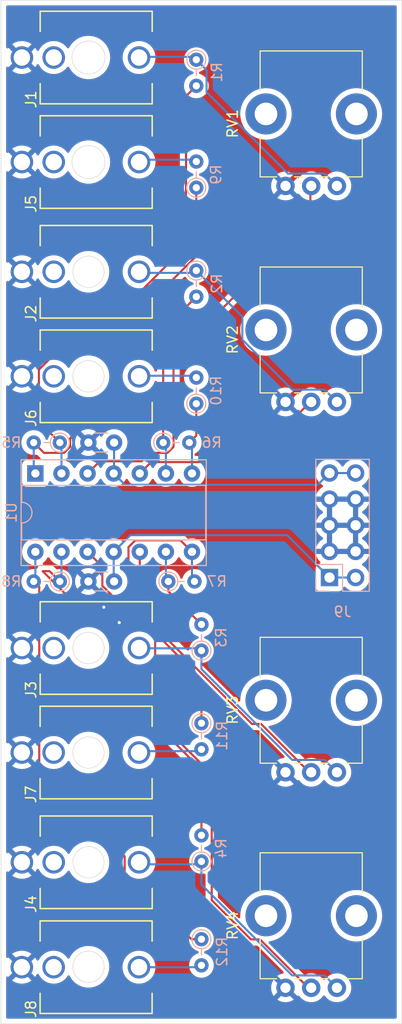
<source format=kicad_pcb>
(kicad_pcb (version 20240108) (generator "pcbnew") (generator_version "8.0")
  (layers (0 "F.Cu" signal) (31 "B.Cu" signal) (36 "B.SilkS" user "B.Silkscreen") (37 "F.SilkS" user "F.Silkscreen") (38 "B.Mask" user) (39 "F.Mask" user) (44 "Edge.Cuts" user))
  (net 0 "")
  (net 1 "GND")
  (net 2 "+12V")
  (net 3 "-12V")
  (net 4 "Net-(U1A--)")
  (net 5 "Net-(U1B--)")
  (net 6 "Net-(R5-Pad2)")
  (net 7 "Net-(U1C--)")
  (net 8 "Net-(U1D--)")
  (net 9 "Net-(U1A-+)")
  (net 10 "Net-(U1B-+)")
  (net 11 "Net-(U1C-+)")
  (net 12 "Net-(U1D-+)")
  (net 14 "Net-(J1-Pad3)")
  (net 15 "Net-(J2-Pad3)")
  (net 17 "Net-(J3-Pad3)")
  (net 19 "Net-(J4-Pad3)")
  (net 21 "Net-(J5-Pad3)")
  (net 23 "Net-(J6-Pad3)")
  (net 26 "Net-(J7-Pad3)")
  (net 28 "Net-(J8-Pad3)")
  (net 29 "Net-(R10-Pad1)")
  (net 30 "Net-(R11-Pad1)")
  (net 31 "Net-(R12-Pad1)")
  (footprint "Potentiometer_THT:Potentiometer_Bourns_PTV09A-1_Single_Vertical" (layer "F.Cu") (at 151.68 105.55 90)
    (property "Reference" "RV3" (at 6.05 -10.15 90) (layer "F.SilkS"))
    (property "Value" "B10K")
    (fp_line (start 13.12 -7.47) (end 13.12 2.47) (stroke (width 0.12)) (layer "F.SilkS"))
    (fp_line (start 9.255 -7.47) (end 13.12 -7.47) (stroke (width 0.12)) (layer "F.SilkS"))
    (fp_line (start 0.88 -7.47) (end 4.745 -7.47) (stroke (width 0.12)) (layer "F.SilkS"))
    (fp_line (start 0.88 -7.47) (end 0.88 -5.871) (stroke (width 0.12)) (layer "F.SilkS"))
    (fp_line (start 0.88 -4.129) (end 0.88 -3.37) (stroke (width 0.12)) (layer "F.SilkS"))
    (fp_line (start 0.88 -1.629) (end 0.88 -0.87) (stroke (width 0.12)) (layer "F.SilkS"))
    (fp_line (start 0.88 0.87) (end 0.88 2.47) (stroke (width 0.12)) (layer "F.SilkS"))
    (fp_line (start 9.255 2.47) (end 13.12 2.47) (stroke (width 0.12)) (layer "F.SilkS"))
    (fp_line (start 0.88 2.47) (end 4.745 2.47) (stroke (width 0.12)) (layer "F.SilkS"))
    (pad "" np_thru_hole circle (at 7 -6.9 90) (size 4 4) (drill 2.2) (layers "F&B.Cu" "*.Mask"))
    (pad "" np_thru_hole circle (at 7 1.9 90) (size 4 4) (drill 2.2) (layers "F&B.Cu" "*.Mask"))
    (pad "1" thru_hole circle (at 0 0 90) (size 1.8 1.8) (drill 1) (layers "*.Cu" "*.Mask") (net 17 "Net-(J3-Pad3)"))
    (pad "2" thru_hole circle (at 0 -2.5 90) (size 1.8 1.8) (drill 1) (layers "*.Cu" "*.Mask") (net 11 "Net-(U1C-+)"))
    (pad "3" thru_hole circle (at 0 -5 90) (size 1.8 1.8) (drill 1) (layers "*.Cu" "*.Mask") (net 1 "GND"))
  )
  (footprint "Eurocad:PJ301M-12" (layer "F.Cu") (at 127.508 114.3 -90)
    (property "Reference" "J4" (at 4.064 5.588 90) (layer "F.SilkS"))
    (property "Value" "IN 4")
    (fp_line (start -4.5 4.7) (end -2.54 4.7) (stroke (width 0.15)) (layer "F.SilkS"))
    (fp_line (start 2.54 4.7) (end 4.5 4.7) (stroke (width 0.15)) (layer "F.SilkS"))
    (fp_line (start -4.5 -6.2) (end -4.5 4.7) (stroke (width 0.15)) (layer "F.SilkS"))
    (fp_line (start -4.5 -6.2) (end -2.54 -6.2) (stroke (width 0.15)) (layer "F.SilkS"))
    (fp_line (start 2.54 -6.2) (end 4.5 -6.2) (stroke (width 0.15)) (layer "F.SilkS"))
    (fp_line (start 4.5 -6.2) (end 4.5 4.7) (stroke (width 0.15)) (layer "F.SilkS"))
    (pad "1" thru_hole circle (at 0 6.48 270) (size 2.2 2.2) (drill 1.6) (layers "*.Cu" "*.Mask") (net 1 "GND"))
    (pad "2" thru_hole circle (at 0 3.38 270) (size 2.2 2.2) (drill 1.6) (layers "*.Cu" "*.Mask"))
    (pad "3" thru_hole circle (at 0 -4.92 270) (size 2.2 2.2) (drill 1.6) (layers "*.Cu" "*.Mask") (net 19 "Net-(J4-Pad3)"))
  )
  (footprint "Potentiometer_THT:Potentiometer_Bourns_PTV09A-1_Single_Vertical" (layer "F.Cu") (at 151.68 126.5 90)
    (property "Reference" "RV4" (at 6.05 -10.15 90) (layer "F.SilkS"))
    (property "Value" "B10K")
    (fp_line (start 13.12 -7.47) (end 13.12 2.47) (stroke (width 0.12)) (layer "F.SilkS"))
    (fp_line (start 9.255 -7.47) (end 13.12 -7.47) (stroke (width 0.12)) (layer "F.SilkS"))
    (fp_line (start 0.88 -7.47) (end 4.745 -7.47) (stroke (width 0.12)) (layer "F.SilkS"))
    (fp_line (start 0.88 -7.47) (end 0.88 -5.871) (stroke (width 0.12)) (layer "F.SilkS"))
    (fp_line (start 0.88 -4.129) (end 0.88 -3.37) (stroke (width 0.12)) (layer "F.SilkS"))
    (fp_line (start 0.88 -1.629) (end 0.88 -0.87) (stroke (width 0.12)) (layer "F.SilkS"))
    (fp_line (start 0.88 0.87) (end 0.88 2.47) (stroke (width 0.12)) (layer "F.SilkS"))
    (fp_line (start 9.255 2.47) (end 13.12 2.47) (stroke (width 0.12)) (layer "F.SilkS"))
    (fp_line (start 0.88 2.47) (end 4.745 2.47) (stroke (width 0.12)) (layer "F.SilkS"))
    (pad "" np_thru_hole circle (at 7 -6.9 90) (size 4 4) (drill 2.2) (layers "F&B.Cu" "*.Mask"))
    (pad "" np_thru_hole circle (at 7 1.9 90) (size 4 4) (drill 2.2) (layers "F&B.Cu" "*.Mask"))
    (pad "1" thru_hole circle (at 0 0 90) (size 1.8 1.8) (drill 1) (layers "*.Cu" "*.Mask") (net 19 "Net-(J4-Pad3)"))
    (pad "2" thru_hole circle (at 0 -2.5 90) (size 1.8 1.8) (drill 1) (layers "*.Cu" "*.Mask") (net 12 "Net-(U1D-+)"))
    (pad "3" thru_hole circle (at 0 -5 90) (size 1.8 1.8) (drill 1) (layers "*.Cu" "*.Mask") (net 1 "GND"))
  )
  (footprint "Potentiometer_THT:Potentiometer_Bourns_PTV09A-1_Single_Vertical" (layer "F.Cu") (at 151.68 48.55 90)
    (property "Reference" "RV1" (at 6.05 -10.15 90) (layer "F.SilkS"))
    (property "Value" "B10K")
    (fp_line (start 13.12 -7.47) (end 13.12 2.47) (stroke (width 0.12)) (layer "F.SilkS"))
    (fp_line (start 9.255 -7.47) (end 13.12 -7.47) (stroke (width 0.12)) (layer "F.SilkS"))
    (fp_line (start 0.88 -7.47) (end 4.745 -7.47) (stroke (width 0.12)) (layer "F.SilkS"))
    (fp_line (start 0.88 -7.47) (end 0.88 -5.871) (stroke (width 0.12)) (layer "F.SilkS"))
    (fp_line (start 0.88 -4.129) (end 0.88 -3.37) (stroke (width 0.12)) (layer "F.SilkS"))
    (fp_line (start 0.88 -1.629) (end 0.88 -0.87) (stroke (width 0.12)) (layer "F.SilkS"))
    (fp_line (start 0.88 0.87) (end 0.88 2.47) (stroke (width 0.12)) (layer "F.SilkS"))
    (fp_line (start 9.255 2.47) (end 13.12 2.47) (stroke (width 0.12)) (layer "F.SilkS"))
    (fp_line (start 0.88 2.47) (end 4.745 2.47) (stroke (width 0.12)) (layer "F.SilkS"))
    (pad "" np_thru_hole circle (at 7 -6.9 90) (size 4 4) (drill 2.2) (layers "F&B.Cu" "*.Mask"))
    (pad "" np_thru_hole circle (at 7 1.9 90) (size 4 4) (drill 2.2) (layers "F&B.Cu" "*.Mask"))
    (pad "1" thru_hole circle (at 0 0 90) (size 1.8 1.8) (drill 1) (layers "*.Cu" "*.Mask") (net 14 "Net-(J1-Pad3)"))
    (pad "2" thru_hole circle (at 0 -2.5 90) (size 1.8 1.8) (drill 1) (layers "*.Cu" "*.Mask") (net 9 "Net-(U1A-+)"))
    (pad "3" thru_hole circle (at 0 -5 90) (size 1.8 1.8) (drill 1) (layers "*.Cu" "*.Mask") (net 1 "GND"))
  )
  (footprint "Eurocad:PJ301M-12" (layer "F.Cu") (at 127.508 36.068 -90)
    (property "Reference" "J1" (at 4.064 5.588 90) (layer "F.SilkS"))
    (property "Value" "IN 1")
    (fp_line (start -4.5 4.7) (end -2.54 4.7) (stroke (width 0.15)) (layer "F.SilkS"))
    (fp_line (start 2.54 4.7) (end 4.5 4.7) (stroke (width 0.15)) (layer "F.SilkS"))
    (fp_line (start -4.5 -6.2) (end -4.5 4.7) (stroke (width 0.15)) (layer "F.SilkS"))
    (fp_line (start -4.5 -6.2) (end -2.54 -6.2) (stroke (width 0.15)) (layer "F.SilkS"))
    (fp_line (start 2.54 -6.2) (end 4.5 -6.2) (stroke (width 0.15)) (layer "F.SilkS"))
    (fp_line (start 4.5 -6.2) (end 4.5 4.7) (stroke (width 0.15)) (layer "F.SilkS"))
    (pad "1" thru_hole circle (at 0 6.48 270) (size 2.2 2.2) (drill 1.6) (layers "*.Cu" "*.Mask") (net 1 "GND"))
    (pad "2" thru_hole circle (at 0 3.38 270) (size 2.2 2.2) (drill 1.6) (layers "*.Cu" "*.Mask"))
    (pad "3" thru_hole circle (at 0 -4.92 270) (size 2.2 2.2) (drill 1.6) (layers "*.Cu" "*.Mask") (net 14 "Net-(J1-Pad3)"))
  )
  (footprint "Eurocad:PJ301M-12" (layer "F.Cu") (at 127.508 46.228 -90)
    (property "Reference" "J5" (at 4.064 5.588 90) (layer "F.SilkS"))
    (property "Value" "OUT 1")
    (fp_line (start -4.5 4.7) (end -2.54 4.7) (stroke (width 0.15)) (layer "F.SilkS"))
    (fp_line (start 2.54 4.7) (end 4.5 4.7) (stroke (width 0.15)) (layer "F.SilkS"))
    (fp_line (start -4.5 -6.2) (end -4.5 4.7) (stroke (width 0.15)) (layer "F.SilkS"))
    (fp_line (start -4.5 -6.2) (end -2.54 -6.2) (stroke (width 0.15)) (layer "F.SilkS"))
    (fp_line (start 2.54 -6.2) (end 4.5 -6.2) (stroke (width 0.15)) (layer "F.SilkS"))
    (fp_line (start 4.5 -6.2) (end 4.5 4.7) (stroke (width 0.15)) (layer "F.SilkS"))
    (pad "1" thru_hole circle (at 0 6.48 270) (size 2.2 2.2) (drill 1.6) (layers "*.Cu" "*.Mask") (net 1 "GND"))
    (pad "2" thru_hole circle (at 0 3.38 270) (size 2.2 2.2) (drill 1.6) (layers "*.Cu" "*.Mask"))
    (pad "3" thru_hole circle (at 0 -4.92 270) (size 2.2 2.2) (drill 1.6) (layers "*.Cu" "*.Mask") (net 21 "Net-(J5-Pad3)"))
  )
  (footprint "Eurocad:PJ301M-12" (layer "F.Cu") (at 127.5 103.632 -90)
    (property "Reference" "J7" (at 4.064 5.588 90) (layer "F.SilkS"))
    (property "Value" "OUT 3")
    (fp_line (start -4.5 4.7) (end -2.54 4.7) (stroke (width 0.15)) (layer "F.SilkS"))
    (fp_line (start 2.54 4.7) (end 4.5 4.7) (stroke (width 0.15)) (layer "F.SilkS"))
    (fp_line (start -4.5 -6.2) (end -4.5 4.7) (stroke (width 0.15)) (layer "F.SilkS"))
    (fp_line (start -4.5 -6.2) (end -2.54 -6.2) (stroke (width 0.15)) (layer "F.SilkS"))
    (fp_line (start 2.54 -6.2) (end 4.5 -6.2) (stroke (width 0.15)) (layer "F.SilkS"))
    (fp_line (start 4.5 -6.2) (end 4.5 4.7) (stroke (width 0.15)) (layer "F.SilkS"))
    (pad "1" thru_hole circle (at 0 6.48 270) (size 2.2 2.2) (drill 1.6) (layers "*.Cu" "*.Mask") (net 1 "GND"))
    (pad "2" thru_hole circle (at 0 3.38 270) (size 2.2 2.2) (drill 1.6) (layers "*.Cu" "*.Mask"))
    (pad "3" thru_hole circle (at 0 -4.92 270) (size 2.2 2.2) (drill 1.6) (layers "*.Cu" "*.Mask") (net 26 "Net-(J7-Pad3)"))
  )
  (footprint "Potentiometer_THT:Potentiometer_Bourns_PTV09A-1_Single_Vertical" (layer "F.Cu") (at 151.68 69.55 90)
    (property "Reference" "RV2" (at 6.05 -10.15 90) (layer "F.SilkS"))
    (property "Value" "B10K")
    (fp_line (start 13.12 -7.47) (end 13.12 2.47) (stroke (width 0.12)) (layer "F.SilkS"))
    (fp_line (start 9.255 -7.47) (end 13.12 -7.47) (stroke (width 0.12)) (layer "F.SilkS"))
    (fp_line (start 0.88 -7.47) (end 4.745 -7.47) (stroke (width 0.12)) (layer "F.SilkS"))
    (fp_line (start 0.88 -7.47) (end 0.88 -5.871) (stroke (width 0.12)) (layer "F.SilkS"))
    (fp_line (start 0.88 -4.129) (end 0.88 -3.37) (stroke (width 0.12)) (layer "F.SilkS"))
    (fp_line (start 0.88 -1.629) (end 0.88 -0.87) (stroke (width 0.12)) (layer "F.SilkS"))
    (fp_line (start 0.88 0.87) (end 0.88 2.47) (stroke (width 0.12)) (layer "F.SilkS"))
    (fp_line (start 9.255 2.47) (end 13.12 2.47) (stroke (width 0.12)) (layer "F.SilkS"))
    (fp_line (start 0.88 2.47) (end 4.745 2.47) (stroke (width 0.12)) (layer "F.SilkS"))
    (pad "" np_thru_hole circle (at 7 -6.9 90) (size 4 4) (drill 2.2) (layers "F&B.Cu" "*.Mask"))
    (pad "" np_thru_hole circle (at 7 1.9 90) (size 4 4) (drill 2.2) (layers "F&B.Cu" "*.Mask"))
    (pad "1" thru_hole circle (at 0 0 90) (size 1.8 1.8) (drill 1) (layers "*.Cu" "*.Mask") (net 15 "Net-(J2-Pad3)"))
    (pad "2" thru_hole circle (at 0 -2.5 90) (size 1.8 1.8) (drill 1) (layers "*.Cu" "*.Mask") (net 10 "Net-(U1B-+)"))
    (pad "3" thru_hole circle (at 0 -5 90) (size 1.8 1.8) (drill 1) (layers "*.Cu" "*.Mask") (net 1 "GND"))
  )
  (footprint "Eurocad:PJ301M-12" (layer "F.Cu") (at 127.508 67.056 -90)
    (property "Reference" "J6" (at 4.064 5.588 90) (layer "F.SilkS"))
    (property "Value" "OUT 2")
    (fp_line (start -4.5 4.7) (end -2.54 4.7) (stroke (width 0.15)) (layer "F.SilkS"))
    (fp_line (start 2.54 4.7) (end 4.5 4.7) (stroke (width 0.15)) (layer "F.SilkS"))
    (fp_line (start -4.5 -6.2) (end -4.5 4.7) (stroke (width 0.15)) (layer "F.SilkS"))
    (fp_line (start -4.5 -6.2) (end -2.54 -6.2) (stroke (width 0.15)) (layer "F.SilkS"))
    (fp_line (start 2.54 -6.2) (end 4.5 -6.2) (stroke (width 0.15)) (layer "F.SilkS"))
    (fp_line (start 4.5 -6.2) (end 4.5 4.7) (stroke (width 0.15)) (layer "F.SilkS"))
    (pad "1" thru_hole circle (at 0 6.48 270) (size 2.2 2.2) (drill 1.6) (layers "*.Cu" "*.Mask") (net 1 "GND"))
    (pad "2" thru_hole circle (at 0 3.38 270) (size 2.2 2.2) (drill 1.6) (layers "*.Cu" "*.Mask"))
    (pad "3" thru_hole circle (at 0 -4.92 270) (size 2.2 2.2) (drill 1.6) (layers "*.Cu" "*.Mask") (net 23 "Net-(J6-Pad3)"))
  )
  (footprint "Eurocad:PJ301M-12" (layer "F.Cu") (at 127.508 93.472 -90)
    (property "Reference" "J3" (at 4.064 5.588 90) (layer "F.SilkS"))
    (property "Value" "IN 3")
    (fp_line (start -4.5 4.7) (end -2.54 4.7) (stroke (width 0.15)) (layer "F.SilkS"))
    (fp_line (start 2.54 4.7) (end 4.5 4.7) (stroke (width 0.15)) (layer "F.SilkS"))
    (fp_line (start -4.5 -6.2) (end -4.5 4.7) (stroke (width 0.15)) (layer "F.SilkS"))
    (fp_line (start -4.5 -6.2) (end -2.54 -6.2) (stroke (width 0.15)) (layer "F.SilkS"))
    (fp_line (start 2.54 -6.2) (end 4.5 -6.2) (stroke (width 0.15)) (layer "F.SilkS"))
    (fp_line (start 4.5 -6.2) (end 4.5 4.7) (stroke (width 0.15)) (layer "F.SilkS"))
    (pad "1" thru_hole circle (at 0 6.48 270) (size 2.2 2.2) (drill 1.6) (layers "*.Cu" "*.Mask") (net 1 "GND"))
    (pad "2" thru_hole circle (at 0 3.38 270) (size 2.2 2.2) (drill 1.6) (layers "*.Cu" "*.Mask"))
    (pad "3" thru_hole circle (at 0 -4.92 270) (size 2.2 2.2) (drill 1.6) (layers "*.Cu" "*.Mask") (net 17 "Net-(J3-Pad3)"))
  )
  (footprint "Eurocad:PJ301M-12" (layer "F.Cu") (at 127.508 56.896 -90)
    (property "Reference" "J2" (at 4.064 5.588 90) (layer "F.SilkS"))
    (property "Value" "IN 2")
    (fp_line (start -4.5 4.7) (end -2.54 4.7) (stroke (width 0.15)) (layer "F.SilkS"))
    (fp_line (start 2.54 4.7) (end 4.5 4.7) (stroke (width 0.15)) (layer "F.SilkS"))
    (fp_line (start -4.5 -6.2) (end -4.5 4.7) (stroke (width 0.15)) (layer "F.SilkS"))
    (fp_line (start -4.5 -6.2) (end -2.54 -6.2) (stroke (width 0.15)) (layer "F.SilkS"))
    (fp_line (start 2.54 -6.2) (end 4.5 -6.2) (stroke (width 0.15)) (layer "F.SilkS"))
    (fp_line (start 4.5 -6.2) (end 4.5 4.7) (stroke (width 0.15)) (layer "F.SilkS"))
    (pad "1" thru_hole circle (at 0 6.48 270) (size 2.2 2.2) (drill 1.6) (layers "*.Cu" "*.Mask") (net 1 "GND"))
    (pad "2" thru_hole circle (at 0 3.38 270) (size 2.2 2.2) (drill 1.6) (layers "*.Cu" "*.Mask"))
    (pad "3" thru_hole circle (at 0 -4.92 270) (size 2.2 2.2) (drill 1.6) (layers "*.Cu" "*.Mask") (net 15 "Net-(J2-Pad3)"))
  )
  (footprint "Eurocad:PJ301M-12" (layer "F.Cu") (at 127.5 124.5 -90)
    (property "Reference" "J8" (at 4.064 5.588 90) (layer "F.SilkS"))
    (property "Value" "OUT 4")
    (fp_line (start -4.5 4.7) (end -2.54 4.7) (stroke (width 0.15)) (layer "F.SilkS"))
    (fp_line (start 2.54 4.7) (end 4.5 4.7) (stroke (width 0.15)) (layer "F.SilkS"))
    (fp_line (start -4.5 -6.2) (end -4.5 4.7) (stroke (width 0.15)) (layer "F.SilkS"))
    (fp_line (start -4.5 -6.2) (end -2.54 -6.2) (stroke (width 0.15)) (layer "F.SilkS"))
    (fp_line (start 2.54 -6.2) (end 4.5 -6.2) (stroke (width 0.15)) (layer "F.SilkS"))
    (fp_line (start 4.5 -6.2) (end 4.5 4.7) (stroke (width 0.15)) (layer "F.SilkS"))
    (pad "1" thru_hole circle (at 0 6.48 270) (size 2.2 2.2) (drill 1.6) (layers "*.Cu" "*.Mask") (net 1 "GND"))
    (pad "2" thru_hole circle (at 0 3.38 270) (size 2.2 2.2) (drill 1.6) (layers "*.Cu" "*.Mask"))
    (pad "3" thru_hole circle (at 0 -4.92 270) (size 2.2 2.2) (drill 1.6) (layers "*.Cu" "*.Mask") (net 28 "Net-(J8-Pad3)"))
  )
  (footprint "Resistor_THT:R_Axial_DIN0204_L3.6mm_D1.6mm_P2.54mm_Vertical" (layer "B.Cu") (at 138.5 121.78 -90)
    (property "Reference" "R12" (at 1.22 -2 90) (layer "B.SilkS") (effects (justify mirror)))
    (property "Value" "1K" (hide yes))
    (fp_line (start 1.54 0) (end 0.92 0) (stroke (width 0.12)) (layer "B.SilkS"))
    (fp_circle (center 0 0) (end 0.92 0) (stroke (width 0.12)) (fill none) (layer "B.SilkS"))
    (pad "1" thru_hole circle (at 0 0 270) (size 1.4 1.4) (drill 0.7) (layers "*.Cu" "*.Mask") (net 31 "Net-(R12-Pad1)"))
    (pad "2" thru_hole oval (at 2.54 0 270) (size 1.4 1.4) (drill 0.7) (layers "*.Cu" "*.Mask") (net 28 "Net-(J8-Pad3)"))
  )
  (footprint "Resistor_THT:R_Axial_DIN0204_L3.6mm_D1.6mm_P2.54mm_Vertical" (layer "B.Cu") (at 124.72 87 180)
    (property "Reference" "R8" (at 4.72 0 0) (layer "B.SilkS") (effects (justify mirror)))
    (property "Value" "20K" (hide yes))
    (fp_line (start 1.54 0) (end 0.92 0) (stroke (width 0.12)) (layer "B.SilkS"))
    (fp_circle (center 0 0) (end 0.92 0) (stroke (width 0.12)) (fill none) (layer "B.SilkS"))
    (pad "1" thru_hole circle (at 0 0 180) (size 1.4 1.4) (drill 0.7) (layers "*.Cu" "*.Mask") (net 8 "Net-(U1D--)"))
    (pad "2" thru_hole oval (at 2.54 0 180) (size 1.4 1.4) (drill 0.7) (layers "*.Cu" "*.Mask") (net 31 "Net-(R12-Pad1)"))
  )
  (footprint "Resistor_THT:R_Axial_DIN0204_L3.6mm_D1.6mm_P2.54mm_Vertical" (layer "B.Cu") (at 138.5 114.22 90)
    (property "Reference" "R4" (at 1.27 1.92 90) (layer "B.SilkS") (effects (justify mirror)))
    (property "Value" "20K" (hide yes))
    (fp_line (start 1.54 0) (end 0.92 0) (stroke (width 0.12)) (layer "B.SilkS"))
    (fp_circle (center 0 0) (end 0.92 0) (stroke (width 0.12)) (fill none) (layer "B.SilkS"))
    (pad "1" thru_hole circle (at 0 0 90) (size 1.4 1.4) (drill 0.7) (layers "*.Cu" "*.Mask") (net 19 "Net-(J4-Pad3)"))
    (pad "2" thru_hole oval (at 2.54 0 90) (size 1.4 1.4) (drill 0.7) (layers "*.Cu" "*.Mask") (net 8 "Net-(U1D--)"))
  )
  (footprint "Capacitor_THT:C_Disc_D3.0mm_W1.6mm_P2.50mm" (layer "B.Cu") (at 130 73.5 180)
    (property "Reference" "C1" (hide yes))
    (property "Value" "100n" (hide yes))
    (fp_line (start 1.879 0.92) (end 0.621 0.92) (stroke (width 0.12)) (layer "B.SilkS"))
    (fp_line (start 1.879 -0.92) (end 0.621 -0.92) (stroke (width 0.12)) (layer "B.SilkS"))
    (pad "1" thru_hole circle (at 0 0 180) (size 1.6 1.6) (drill 0.8) (layers "*.Cu" "*.Mask") (net 2 "+12V"))
    (pad "2" thru_hole circle (at 2.5 0 180) (size 1.6 1.6) (drill 0.8) (layers "*.Cu" "*.Mask") (net 1 "GND"))
  )
  (footprint "Resistor_THT:R_Axial_DIN0204_L3.6mm_D1.6mm_P2.54mm_Vertical" (layer "B.Cu") (at 138.5 100.78 -90)
    (property "Reference" "R11" (at 1.22 -2 90) (layer "B.SilkS") (effects (justify mirror)))
    (property "Value" "1K" (hide yes))
    (fp_line (start 1.54 0) (end 0.92 0) (stroke (width 0.12)) (layer "B.SilkS"))
    (fp_circle (center 0 0) (end 0.92 0) (stroke (width 0.12)) (fill none) (layer "B.SilkS"))
    (pad "1" thru_hole circle (at 0 0 270) (size 1.4 1.4) (drill 0.7) (layers "*.Cu" "*.Mask") (net 30 "Net-(R11-Pad1)"))
    (pad "2" thru_hole oval (at 2.54 0 270) (size 1.4 1.4) (drill 0.7) (layers "*.Cu" "*.Mask") (net 26 "Net-(J7-Pad3)"))
  )
  (footprint "Resistor_THT:R_Axial_DIN0204_L3.6mm_D1.6mm_P2.54mm_Vertical" (layer "B.Cu") (at 124.72 73.5 180)
    (property "Reference" "R5" (at 4.72 0 0) (layer "B.SilkS") (effects (justify mirror)))
    (property "Value" "20K" (hide yes))
    (fp_line (start 1.54 0) (end 0.92 0) (stroke (width 0.12)) (layer "B.SilkS"))
    (fp_circle (center 0 0) (end 0.92 0) (stroke (width 0.12)) (fill none) (layer "B.SilkS"))
    (pad "1" thru_hole circle (at 0 0 180) (size 1.4 1.4) (drill 0.7) (layers "*.Cu" "*.Mask") (net 4 "Net-(U1A--)"))
    (pad "2" thru_hole oval (at 2.54 0 180) (size 1.4 1.4) (drill 0.7) (layers "*.Cu" "*.Mask") (net 6 "Net-(R5-Pad2)"))
  )
  (footprint "Resistor_THT:R_Axial_DIN0204_L3.6mm_D1.6mm_P2.54mm_Vertical" (layer "B.Cu") (at 138.5 93.72 90)
    (property "Reference" "R3" (at 1.27 1.92 90) (layer "B.SilkS") (effects (justify mirror)))
    (property "Value" "20K" (hide yes))
    (fp_line (start 1.54 0) (end 0.92 0) (stroke (width 0.12)) (layer "B.SilkS"))
    (fp_circle (center 0 0) (end 0.92 0) (stroke (width 0.12)) (fill none) (layer "B.SilkS"))
    (pad "1" thru_hole circle (at 0 0 90) (size 1.4 1.4) (drill 0.7) (layers "*.Cu" "*.Mask") (net 17 "Net-(J3-Pad3)"))
    (pad "2" thru_hole oval (at 2.54 0 90) (size 1.4 1.4) (drill 0.7) (layers "*.Cu" "*.Mask") (net 7 "Net-(U1C--)"))
  )
  (footprint "Resistor_THT:R_Axial_DIN0204_L3.6mm_D1.6mm_P2.54mm_Vertical" (layer "B.Cu") (at 134.78 73.5)
    (property "Reference" "R6" (at 4.72 0 0) (layer "B.SilkS") (effects (justify mirror)))
    (property "Value" "20K" (hide yes))
    (fp_line (start 1.54 0) (end 0.92 0) (stroke (width 0.12)) (layer "B.SilkS"))
    (fp_circle (center 0 0) (end 0.92 0) (stroke (width 0.12)) (fill none) (layer "B.SilkS"))
    (pad "1" thru_hole circle (at 0 0) (size 1.4 1.4) (drill 0.7) (layers "*.Cu" "*.Mask") (net 5 "Net-(U1B--)"))
    (pad "2" thru_hole oval (at 2.54 0) (size 1.4 1.4) (drill 0.7) (layers "*.Cu" "*.Mask") (net 29 "Net-(R10-Pad1)"))
  )
  (footprint "Resistor_THT:R_Axial_DIN0204_L3.6mm_D1.6mm_P2.54mm_Vertical" (layer "B.Cu") (at 138 69.72 90)
    (property "Reference" "R10" (at 1.27 1.92 90) (layer "B.SilkS") (effects (justify mirror)))
    (property "Value" "1K" (hide yes))
    (fp_line (start 1.54 0) (end 0.92 0) (stroke (width 0.12)) (layer "B.SilkS"))
    (fp_circle (center 0 0) (end 0.92 0) (stroke (width 0.12)) (fill none) (layer "B.SilkS"))
    (pad "1" thru_hole circle (at 0 0 90) (size 1.4 1.4) (drill 0.7) (layers "*.Cu" "*.Mask") (net 29 "Net-(R10-Pad1)"))
    (pad "2" thru_hole oval (at 2.54 0 90) (size 1.4 1.4) (drill 0.7) (layers "*.Cu" "*.Mask") (net 23 "Net-(J6-Pad3)"))
  )
  (footprint "Package_DIP:DIP-14_W7.62mm_Socket" (layer "B.Cu") (at 122.34 76.5 -90)
    (property "Reference" "U1" (at 3.81 2.33 90) (layer "B.SilkS") (effects (justify mirror)))
    (property "Value" "TL084")
    (fp_line (start -1.33 1.39) (end 8.95 1.39) (stroke (width 0.12)) (layer "B.SilkS"))
    (fp_line (start 8.95 1.39) (end 8.95 -16.63) (stroke (width 0.12)) (layer "B.SilkS"))
    (fp_line (start 1.16 1.33) (end 2.81 1.33) (stroke (width 0.12)) (layer "B.SilkS"))
    (fp_line (start 4.81 1.33) (end 6.46 1.33) (stroke (width 0.12)) (layer "B.SilkS"))
    (fp_line (start 6.46 1.33) (end 6.46 -16.57) (stroke (width 0.12)) (layer "B.SilkS"))
    (fp_line (start 1.16 -16.57) (end 1.16 1.33) (stroke (width 0.12)) (layer "B.SilkS"))
    (fp_line (start 6.46 -16.57) (end 1.16 -16.57) (stroke (width 0.12)) (layer "B.SilkS"))
    (fp_line (start -1.33 -16.63) (end -1.33 1.39) (stroke (width 0.12)) (layer "B.SilkS"))
    (fp_line (start 8.95 -16.63) (end -1.33 -16.63) (stroke (width 0.12)) (layer "B.SilkS"))
    (fp_arc (start 2.81 1.33) (mid 3.81 0.33) (end 4.81 1.33) (stroke (width 0.12)) (layer "B.SilkS"))
    (pad "1" thru_hole rect (at 0 0 270) (size 1.6 1.6) (drill 0.8) (layers "*.Cu" "*.Mask") (net 6 "Net-(R5-Pad2)"))
    (pad "2" thru_hole oval (at 0 -2.54 270) (size 1.6 1.6) (drill 0.8) (layers "*.Cu" "*.Mask") (net 4 "Net-(U1A--)"))
    (pad "3" thru_hole oval (at 0 -5.08 270) (size 1.6 1.6) (drill 0.8) (layers "*.Cu" "*.Mask") (net 9 "Net-(U1A-+)"))
    (pad "4" thru_hole oval (at 0 -7.62 270) (size 1.6 1.6) (drill 0.8) (layers "*.Cu" "*.Mask") (net 2 "+12V"))
    (pad "5" thru_hole oval (at 0 -10.16 270) (size 1.6 1.6) (drill 0.8) (layers "*.Cu" "*.Mask") (net 10 "Net-(U1B-+)"))
    (pad "6" thru_hole oval (at 0 -12.7 270) (size 1.6 1.6) (drill 0.8) (layers "*.Cu" "*.Mask") (net 5 "Net-(U1B--)"))
    (pad "7" thru_hole oval (at 0 -15.24 270) (size 1.6 1.6) (drill 0.8) (layers "*.Cu" "*.Mask") (net 29 "Net-(R10-Pad1)"))
    (pad "8" thru_hole oval (at 7.62 -15.24 270) (size 1.6 1.6) (drill 0.8) (layers "*.Cu" "*.Mask") (net 30 "Net-(R11-Pad1)"))
    (pad "9" thru_hole oval (at 7.62 -12.7 270) (size 1.6 1.6) (drill 0.8) (layers "*.Cu" "*.Mask") (net 7 "Net-(U1C--)"))
    (pad "10" thru_hole oval (at 7.62 -10.16 270) (size 1.6 1.6) (drill 0.8) (layers "*.Cu" "*.Mask") (net 11 "Net-(U1C-+)"))
    (pad "11" thru_hole oval (at 7.62 -7.62 270) (size 1.6 1.6) (drill 0.8) (layers "*.Cu" "*.Mask") (net 3 "-12V"))
    (pad "12" thru_hole oval (at 7.62 -5.08 270) (size 1.6 1.6) (drill 0.8) (layers "*.Cu" "*.Mask") (net 12 "Net-(U1D-+)"))
    (pad "13" thru_hole oval (at 7.62 -2.54 270) (size 1.6 1.6) (drill 0.8) (layers "*.Cu" "*.Mask") (net 8 "Net-(U1D--)"))
    (pad "14" thru_hole oval (at 7.62 0 270) (size 1.6 1.6) (drill 0.8) (layers "*.Cu" "*.Mask") (net 31 "Net-(R12-Pad1)"))
  )
  (footprint "Capacitor_THT:C_Disc_D3.0mm_W1.6mm_P2.50mm" (layer "B.Cu") (at 127.5 87)
    (property "Reference" "C2" (hide yes))
    (property "Value" "100n" (hide yes))
    (fp_line (start 1.879 -0.92) (end 0.621 -0.92) (stroke (width 0.12)) (layer "B.SilkS"))
    (fp_line (start 1.879 0.92) (end 0.621 0.92) (stroke (width 0.12)) (layer "B.SilkS"))
    (pad "1" thru_hole circle (at 0 0) (size 1.6 1.6) (drill 0.8) (layers "*.Cu" "*.Mask") (net 1 "GND"))
    (pad "2" thru_hole circle (at 2.5 0) (size 1.6 1.6) (drill 0.8) (layers "*.Cu" "*.Mask") (net 3 "-12V"))
  )
  (footprint "Resistor_THT:R_Axial_DIN0204_L3.6mm_D1.6mm_P2.54mm_Vertical" (layer "B.Cu") (at 138 48.72 90)
    (property "Reference" "R9" (at 1.27 1.92 90) (layer "B.SilkS") (effects (justify mirror)))
    (property "Value" "1K" (hide yes))
    (fp_line (start 1.54 0) (end 0.92 0) (stroke (width 0.12)) (layer "B.SilkS"))
    (fp_circle (center 0 0) (end 0.92 0) (stroke (width 0.12)) (fill none) (layer "B.SilkS"))
    (pad "1" thru_hole circle (at 0 0 90) (size 1.4 1.4) (drill 0.7) (layers "*.Cu" "*.Mask") (net 6 "Net-(R5-Pad2)"))
    (pad "2" thru_hole oval (at 2.54 0 90) (size 1.4 1.4) (drill 0.7) (layers "*.Cu" "*.Mask") (net 21 "Net-(J5-Pad3)"))
  )
  (footprint "Resistor_THT:R_Axial_DIN0204_L3.6mm_D1.6mm_P2.54mm_Vertical" (layer "B.Cu") (at 135.28 87)
    (property "Reference" "R7" (at 4.72 0 0) (layer "B.SilkS") (effects (justify mirror)))
    (property "Value" "20K")
    (fp_line (start 1.54 0) (end 0.92 0) (stroke (width 0.12)) (layer "B.SilkS"))
    (fp_circle (center 0 0) (end 0.92 0) (stroke (width 0.12)) (fill none) (layer "B.SilkS"))
    (pad "1" thru_hole circle (at 0 0) (size 1.4 1.4) (drill 0.7) (layers "*.Cu" "*.Mask") (net 7 "Net-(U1C--)"))
    (pad "2" thru_hole oval (at 2.54 0) (size 1.4 1.4) (drill 0.7) (layers "*.Cu" "*.Mask") (net 30 "Net-(R11-Pad1)"))
  )
  (footprint "Resistor_THT:R_Axial_DIN0204_L3.6mm_D1.6mm_P2.54mm_Vertical" (layer "B.Cu") (at 138 56.78 -90)
    (property "Reference" "R2" (at 1.27 -2 90) (layer "B.SilkS") (effects (justify mirror)))
    (property "Value" "20K" (hide yes))
    (fp_line (start 1.54 0) (end 0.92 0) (stroke (width 0.12)) (layer "B.SilkS"))
    (fp_circle (center 0 0) (end 0.92 0) (stroke (width 0.12)) (fill none) (layer "B.SilkS"))
    (pad "1" thru_hole circle (at 0 0 270) (size 1.4 1.4) (drill 0.7) (layers "*.Cu" "*.Mask") (net 15 "Net-(J2-Pad3)"))
    (pad "2" thru_hole oval (at 2.54 0 270) (size 1.4 1.4) (drill 0.7) (layers "*.Cu" "*.Mask") (net 5 "Net-(U1B--)"))
  )
  (footprint "Connector_PinHeader_2.54mm:PinHeader_2x05_P2.54mm_Vertical" (layer "B.Cu") (at 150.96 86.62)
    (property "Reference" "J9" (at 1.27 3.33 0) (layer "B.SilkS") (effects (justify mirror)))
    (property "Value" "EURO_POWER" (hide yes))
    (fp_line (start -1.33 -11.49) (end -1.33 -1.27) (stroke (width 0.12)) (layer "B.SilkS"))
    (fp_line (start -1.33 1.33) (end -1.33 0) (stroke (width 0.12)) (layer "B.SilkS"))
    (fp_line (start 0 1.33) (end -1.33 1.33) (stroke (width 0.12)) (layer "B.SilkS"))
    (fp_line (start 1.27 -1.27) (end -1.33 -1.27) (stroke (width 0.12)) (layer "B.SilkS"))
    (fp_line (start 1.27 1.33) (end 1.27 -1.27) (stroke (width 0.12)) (layer "B.SilkS"))
    (fp_line (start 3.87 -11.49) (end -1.33 -11.49) (stroke (width 0.12)) (layer "B.SilkS"))
    (fp_line (start 3.87 -11.49) (end 3.87 1.33) (stroke (width 0.12)) (layer "B.SilkS"))
    (fp_line (start 3.87 1.33) (end 1.27 1.33) (stroke (width 0.12)) (layer "B.SilkS"))
    (pad "1" thru_hole rect (at 0 0) (size 1.7 1.7) (drill 1) (layers "*.Cu" "*.Mask") (net 3 "-12V"))
    (pad "2" thru_hole oval (at 2.54 0) (size 1.7 1.7) (drill 1) (layers "*.Cu" "*.Mask") (net 3 "-12V"))
    (pad "3" thru_hole oval (at 0 -2.54) (size 1.7 1.7) (drill 1) (layers "*.Cu" "*.Mask") (net 1 "GND"))
    (pad "4" thru_hole oval (at 2.54 -2.54) (size 1.7 1.7) (drill 1) (layers "*.Cu" "*.Mask") (net 1 "GND"))
    (pad "5" thru_hole oval (at 0 -5.08) (size 1.7 1.7) (drill 1) (layers "*.Cu" "*.Mask") (net 1 "GND"))
    (pad "6" thru_hole oval (at 2.54 -5.08) (size 1.7 1.7) (drill 1) (layers "*.Cu" "*.Mask") (net 1 "GND"))
    (pad "7" thru_hole oval (at 0 -7.62) (size 1.7 1.7) (drill 1) (layers "*.Cu" "*.Mask") (net 1 "GND"))
    (pad "8" thru_hole oval (at 2.54 -7.62) (size 1.7 1.7) (drill 1) (layers "*.Cu" "*.Mask") (net 1 "GND"))
    (pad "9" thru_hole oval (at 0 -10.16) (size 1.7 1.7) (drill 1) (layers "*.Cu" "*.Mask") (net 2 "+12V"))
    (pad "10" thru_hole oval (at 2.54 -10.16) (size 1.7 1.7) (drill 1) (layers "*.Cu" "*.Mask") (net 2 "+12V"))
  )
  (footprint "Resistor_THT:R_Axial_DIN0204_L3.6mm_D1.6mm_P2.54mm_Vertical" (layer "B.Cu") (at 138 36.28 -90)
    (property "Reference" "R1" (at 1.22 -2 -90) (layer "B.SilkS") (effects (justify mirror)))
    (property "Value" "20K" (hide yes))
    (fp_line (start 1.54 0) (end 0.92 0) (stroke (width 0.12)) (layer "B.SilkS"))
    (fp_circle (center 0 0) (end 0.92 0) (stroke (width 0.12)) (fill none) (layer "B.SilkS"))
    (pad "1" thru_hole circle (at 0 0 270) (size 1.4 1.4) (drill 0.7) (layers "*.Cu" "*.Mask") (net 14 "Net-(J1-Pad3)"))
    (pad "2" thru_hole oval (at 2.54 0 270) (size 1.4 1.4) (drill 0.7) (layers "*.Cu" "*.Mask") (net 4 "Net-(U1A--)"))
  )
  (gr_circle (center 127.508 36.068) (end 129.032 36.576) (stroke (width 0.05)) (fill none) (layer "Edge.Cuts"))
  (gr_line (start 158 130) (end 119 130) (stroke (width 0.05)) (layer "Edge.Cuts"))
  (gr_circle (center 127.508 103.632) (end 127.508 102.108) (stroke (width 0.05)) (fill none) (layer "Edge.Cuts"))
  (gr_line (start 119 130) (end 119 129) (stroke (width 0.05)) (layer "Edge.Cuts"))
  (gr_circle (center 127.508 93.472) (end 127.508 91.948) (stroke (width 0.05)) (fill none) (layer "Edge.Cuts"))
  (gr_line (start 119 30.5) (end 158 30.5) (stroke (width 0.05)) (layer "Edge.Cuts"))
  (gr_circle (center 127.508 56.896) (end 127.508 55.372) (stroke (width 0.05)) (fill none) (layer "Edge.Cuts"))
  (gr_circle (center 127.508 46.228) (end 129.032 46.736) (stroke (width 0.05)) (fill none) (layer "Edge.Cuts"))
  (gr_circle (center 127.508 124.46) (end 127.508 122.936) (stroke (width 0.05)) (fill none) (layer "Edge.Cuts"))
  (gr_line (start 119 30.5) (end 119 129) (stroke (width 0.05)) (layer "Edge.Cuts"))
  (gr_line (start 158 30.5) (end 158 130) (stroke (width 0.05)) (layer "Edge.Cuts"))
  (gr_circle (center 127.508 114.3) (end 127.508 112.776) (stroke (width 0.05)) (fill none) (layer "Edge.Cuts"))
  (gr_circle (center 127.508 67.056) (end 127.508 65.532) (stroke (width 0.05)) (fill none) (layer "Edge.Cuts"))
  (via (at 130.5 91) (size 0.6) (drill 0.3) (layers "F.Cu" "B.Cu") (net 1))
  (via (at 129 89.5) (size 0.6) (drill 0.3) (layers "F.Cu" "B.Cu") (net 1))
  (segment (start 130 73.5) (end 130 76.46) (width 0.2) (layer "B.Cu") (net 2))
  (segment (start 149.82 77.6) (end 150.96 76.46) (width 0.2) (layer "B.Cu") (net 2))
  (segment (start 153.5 76.46) (end 150.96 76.46) (width 0.2) (layer "B.Cu") (net 2))
  (segment (start 129.96 76.5) (end 131.06 77.6) (width 0.2) (layer "B.Cu") (net 2))
  (segment (start 131.06 77.6) (end 149.82 77.6) (width 0.2) (layer "B.Cu") (net 2))
  (segment (start 130 76.46) (end 129.96 76.5) (width 0.2) (layer "B.Cu") (net 2))
  (segment (start 129.96 84.12) (end 129.96 86.96) (width 0.2) (layer "B.Cu") (net 3))
  (segment (start 131.58 82.5) (end 129.96 84.12) (width 0.2) (layer "B.Cu") (net 3))
  (segment (start 153.5 86.62) (end 150.96 86.62) (width 0.2) (layer "B.Cu") (net 3))
  (segment (start 150.96 86.62) (end 146.84 82.5) (width 0.2) (layer "B.Cu") (net 3))
  (segment (start 129.96 86.96) (end 130 87) (width 0.2) (layer "B.Cu") (net 3))
  (segment (start 146.84 82.5) (end 131.58 82.5) (width 0.2) (layer "B.Cu") (net 3))
  (segment (start 137 54.387883) (end 126.64219 64.745693) (width 0.2) (layer "F.Cu") (net 4))
  (segment (start 137 39.82) (end 137 54.387883) (width 0.2) (layer "F.Cu") (net 4))
  (segment (start 122.68 71.46) (end 124.72 73.5) (width 0.2) (layer "F.Cu") (net 4))
  (segment (start 138 38.82) (end 137 39.82) (width 0.2) (layer "F.Cu") (net 4))
  (segment (start 122.68 66.420101) (end 122.68 71.46) (width 0.2) (layer "F.Cu") (net 4))
  (segment (start 126.64219 64.745693) (end 124.354408 64.745693) (width 0.2) (layer "F.Cu") (net 4))
  (segment (start 124.354408 64.745693) (end 122.68 66.420101) (width 0.2) (layer "F.Cu") (net 4))
  (segment (start 124.88 76.5) (end 124.88 73.66) (width 0.2) (layer "B.Cu") (net 4))
  (segment (start 124.88 73.66) (end 124.72 73.5) (width 0.2) (layer "B.Cu") (net 4))
  (segment (start 134.78 62.54) (end 134.78 73.5) (width 0.2) (layer "F.Cu") (net 5))
  (segment (start 138 59.32) (end 134.78 62.54) (width 0.2) (layer "F.Cu") (net 5))
  (segment (start 135.04 76.5) (end 135.04 73.76) (width 0.2) (layer "B.Cu") (net 5))
  (segment (start 135.04 73.76) (end 134.78 73.5) (width 0.2) (layer "B.Cu") (net 5))
  (segment (start 138 48.72) (end 138 55.365786) (width 0.2) (layer "F.Cu") (net 6))
  (segment (start 125.72 73.085786) (end 125.72 73.914214) (width 0.2) (layer "F.Cu") (net 6))
  (segment (start 123.18 74.5) (end 122.18 73.5) (width 0.2) (layer "F.Cu") (net 6))
  (segment (start 125.134214 74.5) (end 123.18 74.5) (width 0.2) (layer "F.Cu") (net 6))
  (segment (start 125.72 73.914214) (end 125.134214 74.5) (width 0.2) (layer "F.Cu") (net 6))
  (segment (start 138 55.365786) (end 129.91187 63.453916) (width 0.2) (layer "F.Cu") (net 6))
  (segment (start 129.91187 68.893916) (end 125.72 73.085786) (width 0.2) (layer "F.Cu") (net 6))
  (segment (start 129.91187 63.453916) (end 129.91187 68.893916) (width 0.2) (layer "F.Cu") (net 6))
  (segment (start 122.18 76.34) (end 122.34 76.5) (width 0.2) (layer "B.Cu") (net 6))
  (segment (start 122.18 73.5) (end 122.18 76.34) (width 0.2) (layer "B.Cu") (net 6))
  (segment (start 138.5 91.18) (end 135.28 87.96) (width 0.2) (layer "F.Cu") (net 7))
  (segment (start 135.28 87.96) (end 135.28 87) (width 0.2) (layer "F.Cu") (net 7))
  (segment (start 135.04 84.12) (end 135.04 86.76) (width 0.2) (layer "B.Cu") (net 7))
  (segment (start 135.04 86.76) (end 135.28 87) (width 0.2) (layer "B.Cu") (net 7))
  (segment (start 123.047646 86) (end 129.581558 92.533912) (width 0.2) (layer "F.Cu") (net 8))
  (segment (start 129.581558 92.533912) (end 129.581558 92.987344) (width 0.2) (layer "F.Cu") (net 8))
  (segment (start 124.72 87) (end 123.72 86) (width 0.2) (layer "F.Cu") (net 8))
  (segment (start 129.581558 92.987344) (end 133.6 97.005786) (width 0.2) (layer "F.Cu") (net 8))
  (segment (start 133.6 100.3999) (end 138.5 105.2999) (width 0.2) (layer "F.Cu") (net 8))
  (segment (start 123.72 86) (end 123.047646 86) (width 0.2) (layer "F.Cu") (net 8))
  (segment (start 133.6 97.005786) (end 133.6 100.3999) (width 0.2) (layer "F.Cu") (net 8))
  (segment (start 138.5 105.2999) (end 138.5 111.68) (width 0.2) (layer "F.Cu") (net 8))
  (segment (start 124.88 84.12) (end 124.88 86.84) (width 0.2) (layer "B.Cu") (net 8))
  (segment (start 124.88 86.84) (end 124.72 87) (width 0.2) (layer "B.Cu") (net 8))
  (segment (start 133.5 74.5) (end 132.68 75.32) (width 0.2) (layer "F.Cu") (net 9))
  (segment (start 135.194214 74.5) (end 133.5 74.5) (width 0.2) (layer "F.Cu") (net 9))
  (segment (start 132.68 75.32) (end 128.6 75.32) (width 0.2) (layer "F.Cu") (net 9))
  (segment (start 128.6 75.32) (end 127.42 76.5) (width 0.2) (layer "F.Cu") (net 9))
  (segment (start 135.78 65.22) (end 135.78 73.914214) (width 0.2) (layer "F.Cu") (net 9))
  (segment (start 135.78 73.914214) (end 135.194214 74.5) (width 0.2) (layer "F.Cu") (net 9))
  (segment (start 149.1 48.55) (end 149.1 51.9) (width 0.2) (layer "F.Cu") (net 9))
  (segment (start 149.1 51.9) (end 135.78 65.22) (width 0.2) (layer "F.Cu") (net 9))
  (segment (start 143.25 75.4) (end 133.6 75.4) (width 0.2) (layer "F.Cu") (net 10))
  (segment (start 133.6 75.4) (end 132.5 76.5) (width 0.2) (layer "F.Cu") (net 10))
  (segment (start 149.1 69.55) (end 143.25 75.4) (width 0.2) (layer "F.Cu") (net 10))
  (segment (start 143.415074 100.85) (end 132.5 89.934926) (width 0.2) (layer "F.Cu") (net 11))
  (segment (start 144.3 100.85) (end 143.415074 100.85) (width 0.2) (layer "F.Cu") (net 11))
  (segment (start 132.5 89.934926) (end 132.5 84.12) (width 0.2) (layer "F.Cu") (net 11))
  (segment (start 149 105.55) (end 144.3 100.85) (width 0.2) (layer "F.Cu") (net 11))
  (segment (start 134 92.566298) (end 128.86 87.426298) (width 0.2) (layer "F.Cu") (net 12))
  (segment (start 128.86 87.426298) (end 128.86 85.56) (width 0.2) (layer "F.Cu") (net 12))
  (segment (start 139.5 105.734214) (end 134 100.234214) (width 0.2) (layer "F.Cu") (net 12))
  (segment (start 144.2 121.8) (end 143.315074 121.8) (width 0.2) (layer "F.Cu") (net 12))
  (segment (start 148.9 126.5) (end 144.2 121.8) (width 0.2) (layer "F.Cu") (net 12))
  (segment (start 143.315074 121.8) (end 139.5 117.984926) (width 0.2) (layer "F.Cu") (net 12))
  (segment (start 139.5 117.984926) (end 139.5 105.734214) (width 0.2) (layer "F.Cu") (net 12))
  (segment (start 128.86 85.56) (end 127.42 84.12) (width 0.2) (layer "F.Cu") (net 12))
  (segment (start 134 100.234214) (end 134 92.566298) (width 0.2) (layer "F.Cu") (net 12))
  (segment (start 137.72 36) (end 138 36.28) (width 0.2) (layer "B.Cu") (net 14))
  (segment (start 138 36.28) (end 139 37.28) (width 0.2) (layer "B.Cu") (net 14))
  (segment (start 139 39.432) (end 146.918 47.35) (width 0.2) (layer "B.Cu") (net 14))
  (segment (start 132.5 36) (end 137.72 36) (width 0.2) (layer "B.Cu") (net 14))
  (segment (start 150.48 47.35) (end 151.68 48.55) (width 0.2) (layer "B.Cu") (net 14))
  (segment (start 139 37.28) (end 139 39.432) (width 0.2) (layer "B.Cu") (net 14))
  (segment (start 146.918 47.35) (end 150.48 47.35) (width 0.2) (layer "B.Cu") (net 14))
  (segment (start 138 36.28) (end 138.28 36.28) (width 0.2) (layer "B.Cu") (net 14))
  (segment (start 138 56.78) (end 142.48 61.26) (width 0.2) (layer "B.Cu") (net 15))
  (segment (start 150.48 68.35) (end 151.68 69.55) (width 0.2) (layer "B.Cu") (net 15))
  (segment (start 142.48 61.26) (end 142.48 63.502692) (width 0.2) (layer "B.Cu") (net 15))
  (segment (start 132.38 57) (end 137.78 57) (width 0.2) (layer "B.Cu") (net 15))
  (segment (start 142.48 63.502692) (end 147.327308 68.35) (width 0.2) (layer "B.Cu") (net 15))
  (segment (start 147.327308 68.35) (end 150.48 68.35) (width 0.2) (layer "B.Cu") (net 15))
  (segment (start 137.78 57) (end 138 56.78) (width 0.2) (layer "B.Cu") (net 15))
  (segment (start 138.5 95.522692) (end 147.327308 104.35) (width 0.2) (layer "B.Cu") (net 17))
  (segment (start 138.5 93.72) (end 138.5 95.522692) (width 0.2) (layer "B.Cu") (net 17))
  (segment (start 147.327308 104.35) (end 150.48 104.35) (width 0.2) (layer "B.Cu") (net 17))
  (segment (start 150.48 104.35) (end 151.68 105.55) (width 0.2) (layer "B.Cu") (net 17))
  (segment (start 138.28 93.5) (end 138.5 93.72) (width 0.2) (layer "B.Cu") (net 17))
  (segment (start 132.42 93.5) (end 138.28 93.5) (width 0.2) (layer "B.Cu") (net 17))
  (segment (start 138.5 114.22) (end 138.5 116.472692) (width 0.2) (layer "B.Cu") (net 19))
  (segment (start 150.48 125.3) (end 151.68 126.5) (width 0.2) (layer "B.Cu") (net 19))
  (segment (start 147.327308 125.3) (end 150.48 125.3) (width 0.2) (layer "B.Cu") (net 19))
  (segment (start 138.5 116.472692) (end 147.327308 125.3) (width 0.2) (layer "B.Cu") (net 19))
  (segment (start 138.22 114.5) (end 138.5 114.22) (width 0.2) (layer "B.Cu") (net 19))
  (segment (start 132.42 114.5) (end 138.22 114.5) (width 0.2) (layer "B.Cu") (net 19))
  (segment (start 137.82 46) (end 138 46.18) (width 0.2) (layer "B.Cu") (net 21))
  (segment (start 132.46 46) (end 137.82 46) (width 0.2) (layer "B.Cu") (net 21))
  (segment (start 132.38 67) (end 137.82 67) (width 0.2) (layer "B.Cu") (net 23))
  (segment (start 137.82 67) (end 138 67.18) (width 0.2) (layer "B.Cu") (net 23))
  (segment (start 138.32 103.5) (end 138.5 103.32) (width 0.2) (layer "B.Cu") (net 26))
  (segment (start 132.42 103.5) (end 138.32 103.5) (width 0.2) (layer "B.Cu") (net 26))
  (segment (start 132.42 124.5) (end 138.32 124.5) (width 0.2) (layer "B.Cu") (net 28))
  (segment (start 138.32 124.5) (end 138.5 124.32) (width 0.2) (layer "B.Cu") (net 28))
  (segment (start 138 72.82) (end 137.32 73.5) (width 0.2) (layer "F.Cu") (net 29))
  (segment (start 138 69.72) (end 138 72.82) (width 0.2) (layer "F.Cu") (net 29))
  (segment (start 137.58 73.76) (end 137.32 73.5) (width 0.2) (layer "B.Cu") (net 29))
  (segment (start 137.58 76.5) (end 137.58 73.76) (width 0.2) (layer "B.Cu") (net 29))
  (segment (start 136.46 83) (end 137.58 84.12) (width 0.2) (layer "F.Cu") (net 30))
  (segment (start 131.4 83.664365) (end 132.064365 83) (width 0.2) (layer "F.Cu") (net 30))
  (segment (start 138.5 100.78) (end 138.5 96.500612) (width 0.2) (layer "F.Cu") (net 30))
  (segment (start 132.064365 83) (end 136.46 83) (width 0.2) (layer "F.Cu") (net 30))
  (segment (start 138.5 96.500612) (end 131.4 89.400612) (width 0.2) (layer "F.Cu") (net 30))
  (segment (start 131.4 89.400612) (end 131.4 83.664365) (width 0.2) (layer "F.Cu") (net 30))
  (segment (start 137.58 86.76) (end 137.82 87) (width 0.2) (layer "B.Cu") (net 30))
  (segment (start 137.58 84.12) (end 137.58 86.76) (width 0.2) (layer "B.Cu") (net 30))
  (segment (start 131.028 115.28) (end 137.528 121.78) (width 0.2) (layer "F.Cu") (net 31))
  (segment (start 122.72 87.54) (end 122.72 105.412101) (width 0.2) (layer "F.Cu") (net 31))
  (segment (start 122.18 87) (end 122.72 87.54) (width 0.2) (layer "F.Cu") (net 31))
  (segment (start 131.028 113.720101) (end 131.028 115.28) (width 0.2) (layer "F.Cu") (net 31))
  (segment (start 122.72 105.412101) (end 131.028 113.720101) (width 0.2) (layer "F.Cu") (net 31))
  (segment (start 137.528 121.78) (end 138.5 121.78) (width 0.2) (layer "F.Cu") (net 31))
  (segment (start 122.34 86.84) (end 122.18 87) (width 0.2) (layer "B.Cu") (net 31))
  (segment (start 122.34 84.12) (end 122.34 86.84) (width 0.2) (layer "B.Cu") (net 31))
  (zone (net 1) (net_name "GND") (layers "F&B.Cu") (connect_pads (clearance 0.5)) (min_thickness 0.25) (fill yes (thermal_gap 0.5) (thermal_bridge_width 0.5))
    (polygon (pts (xy 119 30.5) (xy 158 30.5) (xy 158 130) (xy 119 130)))
  )
)
</source>
